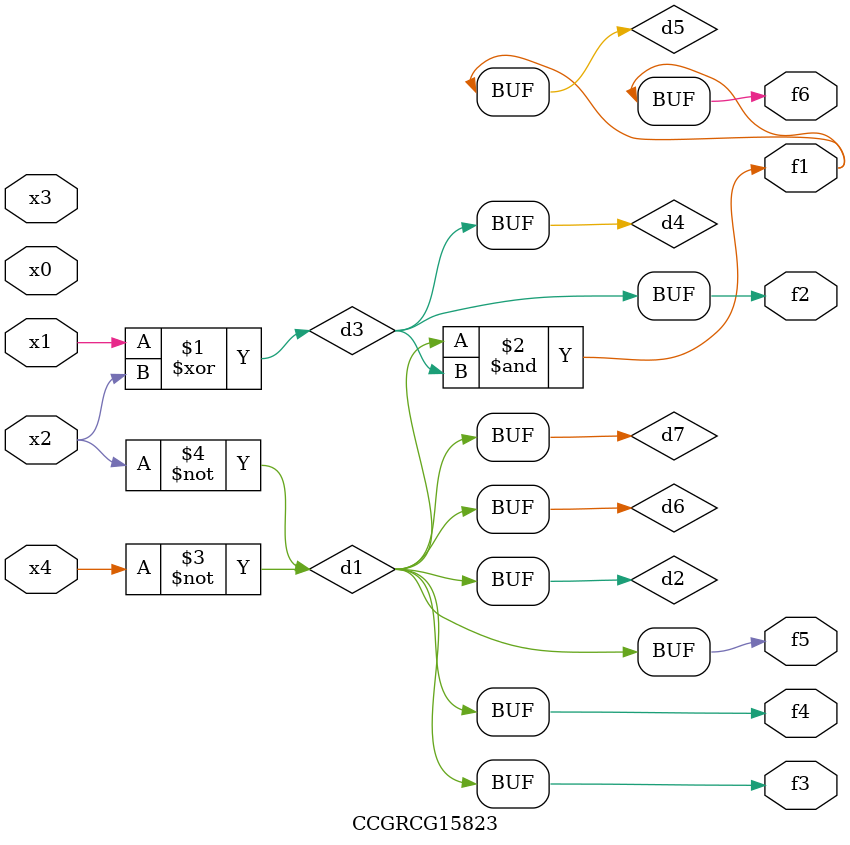
<source format=v>
module CCGRCG15823(
	input x0, x1, x2, x3, x4,
	output f1, f2, f3, f4, f5, f6
);

	wire d1, d2, d3, d4, d5, d6, d7;

	not (d1, x4);
	not (d2, x2);
	xor (d3, x1, x2);
	buf (d4, d3);
	and (d5, d1, d3);
	buf (d6, d1, d2);
	buf (d7, d2);
	assign f1 = d5;
	assign f2 = d4;
	assign f3 = d7;
	assign f4 = d7;
	assign f5 = d7;
	assign f6 = d5;
endmodule

</source>
